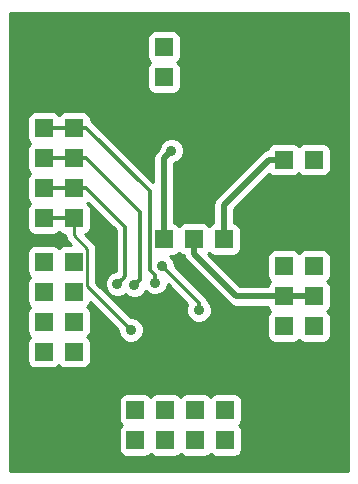
<source format=gbr>
G04 This is an RS-274x file exported by *
G04 gerbv version 2.6.1 *
G04 More information is available about gerbv at *
G04 http://gerbv.geda-project.org/ *
G04 --End of header info--*
%MOIN*%
%FSLAX34Y34*%
%IPPOS*%
G04 --Define apertures--*
%ADD10C,0.0118*%
%ADD11R,0.0600X0.0600*%
%ADD12C,0.2362*%
%ADD13C,0.0350*%
%ADD14C,0.0197*%
%ADD15C,0.0100*%
G04 --Start main section--*
G54D11*
G01X0004500Y0013500D03*
G01X0004500Y0014500D03*
G01X0005500Y0013500D03*
G01X0005500Y0014500D03*
G01X0006500Y0013500D03*
G01X0006500Y0014500D03*
G01X0001500Y0005350D03*
G01X0002500Y0005350D03*
G01X0001500Y0004350D03*
G01X0002500Y0004350D03*
G01X0002500Y0007350D03*
G01X0001500Y0007350D03*
G01X0001500Y0006350D03*
G01X0002500Y0006350D03*
G01X0009500Y0011750D03*
G01X0010500Y0011750D03*
G01X0009500Y0010750D03*
G01X0010500Y0010750D03*
G01X0009500Y0009750D03*
G01X0010500Y0009750D03*
G01X0004550Y0001400D03*
G01X0004550Y0002400D03*
G01X0005550Y0001400D03*
G01X0005550Y0002400D03*
G01X0006550Y0002400D03*
G01X0006550Y0001400D03*
G01X0007550Y0002400D03*
G01X0007550Y0001400D03*
G01X0002500Y0010800D03*
G01X0001500Y0010800D03*
G01X0001500Y0009800D03*
G01X0002500Y0009800D03*
G01X0002500Y0008800D03*
G01X0001500Y0008800D03*
G01X0001500Y0011800D03*
G01X0002500Y0011800D03*
G01X0005500Y0008100D03*
G01X0006500Y0008100D03*
G01X0007500Y0008100D03*
G01X0009500Y0008200D03*
G01X0010500Y0008200D03*
G01X0009500Y0007200D03*
G01X0010500Y0007200D03*
G01X0009500Y0006200D03*
G01X0010500Y0006200D03*
G01X0009500Y0005200D03*
G01X0010500Y0005200D03*
G01X0009500Y0004200D03*
G01X0010500Y0004200D03*
G54D12*
G01X0002000Y0014000D03*
G01X0002000Y0002000D03*
G01X0010000Y0014000D03*
G01X0010000Y0002000D03*
G54D13*
G01X0005750Y0011050D03*
G01X0009500Y0010750D03*
G01X0006665Y0005735D03*
G01X0005450Y0007200D03*
G01X0004519Y0006575D03*
G01X0003951Y0006605D03*
G01X0004400Y0005075D03*
G01X0005200Y0006650D03*
G54D14*
G01X0005500Y0008100D02*
G01X0005500Y0010800D01*
G01X0005500Y0010800D02*
G01X0005750Y0011050D01*
G01X0007500Y0008100D02*
G01X0007500Y0009247D01*
G01X0007500Y0009247D02*
G01X0009003Y0010750D01*
G01X0009003Y0010750D02*
G01X0009500Y0010750D01*
G54D10*
G01X0006665Y0005735D02*
G01X0006665Y0005985D01*
G01X0006665Y0005985D02*
G01X0005450Y0007200D01*
G01X0002500Y0010800D02*
G01X0001500Y0010800D01*
G01X0004700Y0006756D02*
G01X0004694Y0006750D01*
G01X0004694Y0006750D02*
G01X0004519Y0006575D01*
G01X0002500Y0010800D02*
G01X0002918Y0010800D01*
G01X0002918Y0010800D02*
G01X0004700Y0009018D01*
G01X0004700Y0009018D02*
G01X0004700Y0006756D01*
G01X0002500Y0009800D02*
G01X0001500Y0009800D01*
G01X0002500Y0009800D02*
G01X0002918Y0009800D01*
G01X0002918Y0009800D02*
G01X0004200Y0008518D01*
G01X0004200Y0008518D02*
G01X0004200Y0006855D01*
G01X0004126Y0006780D02*
G01X0003951Y0006605D01*
G01X0004200Y0006855D02*
G01X0004126Y0006780D01*
G01X0002500Y0008800D02*
G01X0001500Y0008800D01*
G54D15*
G01X0002500Y0008800D02*
G01X0002500Y0008220D01*
G01X0002500Y0008220D02*
G01X0002950Y0007770D01*
G01X0002950Y0007770D02*
G01X0002950Y0006525D01*
G01X0002950Y0006525D02*
G01X0004225Y0005250D01*
G01X0004225Y0005250D02*
G01X0004400Y0005075D01*
G54D14*
G01X0009003Y0006200D02*
G01X0009500Y0006200D01*
G01X0007903Y0006200D02*
G01X0009003Y0006200D01*
G01X0006500Y0007603D02*
G01X0007903Y0006200D01*
G01X0006500Y0008100D02*
G01X0006500Y0007603D01*
G01X0009500Y0006200D02*
G01X0010500Y0006200D01*
G54D10*
G01X0002500Y0011800D02*
G01X0001500Y0011800D01*
G01X0005025Y0009693D02*
G01X0005025Y0007072D01*
G01X0002500Y0011800D02*
G01X0002918Y0011800D01*
G01X0002918Y0011800D02*
G01X0005025Y0009693D01*
G01X0005025Y0007072D02*
G01X0005200Y0006897D01*
G01X0005200Y0006897D02*
G01X0005200Y0006650D01*
G54D15*
G36*
G01X0011630Y0000370D02*
G01X0011055Y0000370D01*
G01X0011055Y0004900D01*
G01X0011055Y0005500D01*
G01X0011036Y0005595D01*
G01X0010981Y0005679D01*
G01X0010951Y0005700D01*
G01X0010979Y0005719D01*
G01X0011035Y0005802D01*
G01X0011055Y0005900D01*
G01X0011055Y0006500D01*
G01X0011036Y0006595D01*
G01X0010981Y0006679D01*
G01X0010951Y0006700D01*
G01X0010979Y0006719D01*
G01X0011035Y0006802D01*
G01X0011055Y0006900D01*
G01X0011055Y0007500D01*
G01X0011036Y0007595D01*
G01X0010981Y0007679D01*
G01X0010898Y0007735D01*
G01X0010800Y0007755D01*
G01X0010200Y0007755D01*
G01X0010105Y0007736D01*
G01X0010021Y0007681D01*
G01X0010000Y0007651D01*
G01X0009981Y0007679D01*
G01X0009898Y0007735D01*
G01X0009800Y0007755D01*
G01X0009200Y0007755D01*
G01X0009105Y0007736D01*
G01X0009021Y0007681D01*
G01X0008965Y0007598D01*
G01X0008945Y0007500D01*
G01X0008945Y0006900D01*
G01X0008964Y0006805D01*
G01X0009019Y0006721D01*
G01X0009049Y0006700D01*
G01X0009021Y0006681D01*
G01X0008965Y0006598D01*
G01X0008955Y0006548D01*
G01X0008047Y0006548D01*
G01X0006978Y0007618D01*
G01X0006979Y0007619D01*
G01X0007000Y0007649D01*
G01X0007019Y0007621D01*
G01X0007102Y0007565D01*
G01X0007200Y0007545D01*
G01X0007800Y0007545D01*
G01X0007895Y0007564D01*
G01X0007979Y0007619D01*
G01X0008035Y0007702D01*
G01X0008055Y0007800D01*
G01X0008055Y0008400D01*
G01X0008036Y0008495D01*
G01X0007981Y0008579D01*
G01X0007898Y0008635D01*
G01X0007848Y0008645D01*
G01X0007848Y0009103D01*
G01X0009018Y0010272D01*
G01X0009019Y0010271D01*
G01X0009102Y0010215D01*
G01X0009200Y0010195D01*
G01X0009800Y0010195D01*
G01X0009895Y0010214D01*
G01X0009979Y0010269D01*
G01X0010000Y0010299D01*
G01X0010019Y0010271D01*
G01X0010102Y0010215D01*
G01X0010200Y0010195D01*
G01X0010800Y0010195D01*
G01X0010895Y0010214D01*
G01X0010979Y0010269D01*
G01X0011035Y0010352D01*
G01X0011055Y0010450D01*
G01X0011055Y0011050D01*
G01X0011036Y0011145D01*
G01X0010981Y0011229D01*
G01X0010898Y0011285D01*
G01X0010800Y0011305D01*
G01X0010200Y0011305D01*
G01X0010105Y0011286D01*
G01X0010021Y0011231D01*
G01X0010000Y0011201D01*
G01X0009981Y0011229D01*
G01X0009898Y0011285D01*
G01X0009800Y0011305D01*
G01X0009200Y0011305D01*
G01X0009105Y0011286D01*
G01X0009021Y0011231D01*
G01X0008965Y0011148D01*
G01X0008953Y0011088D01*
G01X0008870Y0011072D01*
G01X0008757Y0010996D01*
G01X0008757Y0010996D01*
G01X0007254Y0009493D01*
G01X0007178Y0009380D01*
G01X0007174Y0009358D01*
G01X0007152Y0009247D01*
G01X0007152Y0009247D01*
G01X0007152Y0008646D01*
G01X0007105Y0008636D01*
G01X0007021Y0008581D01*
G01X0007000Y0008551D01*
G01X0006981Y0008579D01*
G01X0006898Y0008635D01*
G01X0006800Y0008655D01*
G01X0006200Y0008655D01*
G01X0006105Y0008636D01*
G01X0006021Y0008581D01*
G01X0006000Y0008551D01*
G01X0005981Y0008579D01*
G01X0005898Y0008635D01*
G01X0005848Y0008645D01*
G01X0005848Y0010631D01*
G01X0005990Y0010689D01*
G01X0006110Y0010809D01*
G01X0006175Y0010965D01*
G01X0006175Y0011134D01*
G01X0006111Y0011290D01*
G01X0006055Y0011346D01*
G01X0006055Y0013200D01*
G01X0006055Y0013800D01*
G01X0006036Y0013895D01*
G01X0005981Y0013979D01*
G01X0005951Y0014000D01*
G01X0005979Y0014019D01*
G01X0006035Y0014102D01*
G01X0006055Y0014200D01*
G01X0006055Y0014800D01*
G01X0006036Y0014895D01*
G01X0005981Y0014979D01*
G01X0005898Y0015035D01*
G01X0005800Y0015055D01*
G01X0005200Y0015055D01*
G01X0005105Y0015036D01*
G01X0005021Y0014981D01*
G01X0004965Y0014898D01*
G01X0004945Y0014800D01*
G01X0004945Y0014200D01*
G01X0004964Y0014105D01*
G01X0005019Y0014021D01*
G01X0005049Y0014000D01*
G01X0005021Y0013981D01*
G01X0004965Y0013898D01*
G01X0004945Y0013800D01*
G01X0004945Y0013200D01*
G01X0004964Y0013105D01*
G01X0005019Y0013021D01*
G01X0005102Y0012965D01*
G01X0005200Y0012945D01*
G01X0005800Y0012945D01*
G01X0005895Y0012964D01*
G01X0005979Y0013019D01*
G01X0006035Y0013102D01*
G01X0006055Y0013200D01*
G01X0006055Y0011346D01*
G01X0005991Y0011410D01*
G01X0005835Y0011475D01*
G01X0005666Y0011475D01*
G01X0005510Y0011411D01*
G01X0005390Y0011291D01*
G01X0005325Y0011135D01*
G01X0005325Y0011118D01*
G01X0005254Y0011046D01*
G01X0005178Y0010933D01*
G01X0005174Y0010911D01*
G01X0005152Y0010800D01*
G01X0005152Y0010800D01*
G01X0005152Y0010004D01*
G01X0003137Y0012019D01*
G01X0003055Y0012073D01*
G01X0003055Y0012100D01*
G01X0003036Y0012195D01*
G01X0002981Y0012279D01*
G01X0002898Y0012335D01*
G01X0002800Y0012355D01*
G01X0002200Y0012355D01*
G01X0002105Y0012336D01*
G01X0002021Y0012281D01*
G01X0002000Y0012251D01*
G01X0001981Y0012279D01*
G01X0001898Y0012335D01*
G01X0001800Y0012355D01*
G01X0001200Y0012355D01*
G01X0001105Y0012336D01*
G01X0001021Y0012281D01*
G01X0000965Y0012198D01*
G01X0000945Y0012100D01*
G01X0000945Y0011500D01*
G01X0000964Y0011405D01*
G01X0001019Y0011321D01*
G01X0001049Y0011300D01*
G01X0001021Y0011281D01*
G01X0000965Y0011198D01*
G01X0000945Y0011100D01*
G01X0000945Y0010500D01*
G01X0000964Y0010405D01*
G01X0001019Y0010321D01*
G01X0001049Y0010300D01*
G01X0001021Y0010281D01*
G01X0000965Y0010198D01*
G01X0000945Y0010100D01*
G01X0000945Y0009500D01*
G01X0000964Y0009405D01*
G01X0001019Y0009321D01*
G01X0001049Y0009300D01*
G01X0001021Y0009281D01*
G01X0000965Y0009198D01*
G01X0000945Y0009100D01*
G01X0000945Y0008500D01*
G01X0000964Y0008405D01*
G01X0001019Y0008321D01*
G01X0001102Y0008265D01*
G01X0001200Y0008245D01*
G01X0001800Y0008245D01*
G01X0001895Y0008264D01*
G01X0001979Y0008319D01*
G01X0002000Y0008349D01*
G01X0002019Y0008321D01*
G01X0002102Y0008265D01*
G01X0002200Y0008245D01*
G01X0002200Y0008220D01*
G01X0002223Y0008105D01*
G01X0002288Y0008008D01*
G01X0002391Y0007905D01*
G01X0002200Y0007905D01*
G01X0002105Y0007886D01*
G01X0002021Y0007831D01*
G01X0002000Y0007801D01*
G01X0001981Y0007829D01*
G01X0001898Y0007885D01*
G01X0001800Y0007905D01*
G01X0001200Y0007905D01*
G01X0001105Y0007886D01*
G01X0001021Y0007831D01*
G01X0000965Y0007748D01*
G01X0000945Y0007650D01*
G01X0000945Y0007050D01*
G01X0000964Y0006955D01*
G01X0001019Y0006871D01*
G01X0001049Y0006850D01*
G01X0001021Y0006831D01*
G01X0000965Y0006748D01*
G01X0000945Y0006650D01*
G01X0000945Y0006050D01*
G01X0000964Y0005955D01*
G01X0001019Y0005871D01*
G01X0001049Y0005850D01*
G01X0001021Y0005831D01*
G01X0000965Y0005748D01*
G01X0000945Y0005650D01*
G01X0000945Y0005050D01*
G01X0000964Y0004955D01*
G01X0001019Y0004871D01*
G01X0001049Y0004850D01*
G01X0001021Y0004831D01*
G01X0000965Y0004748D01*
G01X0000945Y0004650D01*
G01X0000945Y0004050D01*
G01X0000964Y0003955D01*
G01X0001019Y0003871D01*
G01X0001102Y0003815D01*
G01X0001200Y0003795D01*
G01X0001800Y0003795D01*
G01X0001895Y0003814D01*
G01X0001979Y0003869D01*
G01X0002000Y0003899D01*
G01X0002019Y0003871D01*
G01X0002102Y0003815D01*
G01X0002200Y0003795D01*
G01X0002800Y0003795D01*
G01X0002895Y0003814D01*
G01X0002979Y0003869D01*
G01X0003035Y0003952D01*
G01X0003055Y0004050D01*
G01X0003055Y0004650D01*
G01X0003036Y0004745D01*
G01X0002981Y0004829D01*
G01X0002951Y0004850D01*
G01X0002979Y0004869D01*
G01X0003035Y0004952D01*
G01X0003055Y0005050D01*
G01X0003055Y0005650D01*
G01X0003036Y0005745D01*
G01X0002981Y0005829D01*
G01X0002951Y0005850D01*
G01X0002979Y0005869D01*
G01X0003035Y0005952D01*
G01X0003046Y0006005D01*
G01X0003975Y0005076D01*
G01X0003975Y0004991D01*
G01X0004039Y0004835D01*
G01X0004159Y0004715D01*
G01X0004315Y0004650D01*
G01X0004484Y0004650D01*
G01X0004640Y0004714D01*
G01X0004760Y0004834D01*
G01X0004825Y0004990D01*
G01X0004825Y0005159D01*
G01X0004761Y0005315D01*
G01X0004641Y0005435D01*
G01X0004485Y0005500D01*
G01X0004399Y0005500D01*
G01X0003250Y0006649D01*
G01X0003250Y0007770D01*
G01X0003227Y0007885D01*
G01X0003227Y0007885D01*
G01X0003162Y0007982D01*
G01X0002883Y0008261D01*
G01X0002895Y0008264D01*
G01X0002979Y0008319D01*
G01X0003035Y0008402D01*
G01X0003055Y0008500D01*
G01X0003055Y0009100D01*
G01X0003036Y0009195D01*
G01X0002981Y0009279D01*
G01X0002951Y0009300D01*
G01X0002969Y0009312D01*
G01X0003891Y0008390D01*
G01X0003891Y0007030D01*
G01X0003867Y0007030D01*
G01X0003710Y0006966D01*
G01X0003591Y0006846D01*
G01X0003526Y0006690D01*
G01X0003526Y0006521D01*
G01X0003590Y0006365D01*
G01X0003710Y0006245D01*
G01X0003866Y0006180D01*
G01X0004035Y0006180D01*
G01X0004191Y0006245D01*
G01X0004219Y0006273D01*
G01X0004278Y0006215D01*
G01X0004434Y0006150D01*
G01X0004603Y0006150D01*
G01X0004759Y0006214D01*
G01X0004879Y0006334D01*
G01X0004889Y0006360D01*
G01X0004959Y0006290D01*
G01X0005115Y0006225D01*
G01X0005284Y0006225D01*
G01X0005440Y0006289D01*
G01X0005560Y0006409D01*
G01X0005625Y0006565D01*
G01X0005625Y0006588D01*
G01X0006285Y0005928D01*
G01X0006241Y0005819D01*
G01X0006240Y0005650D01*
G01X0006305Y0005494D01*
G01X0006424Y0005374D01*
G01X0006581Y0005310D01*
G01X0006750Y0005309D01*
G01X0006906Y0005374D01*
G01X0007026Y0005493D01*
G01X0007090Y0005650D01*
G01X0007091Y0005819D01*
G01X0007026Y0005975D01*
G01X0006964Y0006037D01*
G01X0006951Y0006103D01*
G01X0006951Y0006103D01*
G01X0006884Y0006203D01*
G01X0005875Y0007212D01*
G01X0005875Y0007284D01*
G01X0005811Y0007440D01*
G01X0005706Y0007545D01*
G01X0005800Y0007545D01*
G01X0005895Y0007564D01*
G01X0005979Y0007619D01*
G01X0006000Y0007649D01*
G01X0006019Y0007621D01*
G01X0006102Y0007565D01*
G01X0006162Y0007553D01*
G01X0006174Y0007492D01*
G01X0006178Y0007470D01*
G01X0006254Y0007357D01*
G01X0007657Y0005954D01*
G01X0007657Y0005954D01*
G01X0007770Y0005878D01*
G01X0007903Y0005852D01*
G01X0007903Y0005852D01*
G01X0007903Y0005852D01*
G01X0008954Y0005852D01*
G01X0008964Y0005805D01*
G01X0009019Y0005721D01*
G01X0009049Y0005700D01*
G01X0009021Y0005681D01*
G01X0008965Y0005598D01*
G01X0008945Y0005500D01*
G01X0008945Y0004900D01*
G01X0008964Y0004805D01*
G01X0009019Y0004721D01*
G01X0009102Y0004665D01*
G01X0009200Y0004645D01*
G01X0009800Y0004645D01*
G01X0009895Y0004664D01*
G01X0009979Y0004719D01*
G01X0010000Y0004749D01*
G01X0010019Y0004721D01*
G01X0010102Y0004665D01*
G01X0010200Y0004645D01*
G01X0010800Y0004645D01*
G01X0010895Y0004664D01*
G01X0010979Y0004719D01*
G01X0011035Y0004802D01*
G01X0011055Y0004900D01*
G01X0011055Y0000370D01*
G01X0008105Y0000370D01*
G01X0008105Y0001100D01*
G01X0008105Y0001700D01*
G01X0008086Y0001795D01*
G01X0008031Y0001879D01*
G01X0008001Y0001900D01*
G01X0008029Y0001919D01*
G01X0008085Y0002002D01*
G01X0008105Y0002100D01*
G01X0008105Y0002700D01*
G01X0008086Y0002795D01*
G01X0008031Y0002879D01*
G01X0007948Y0002935D01*
G01X0007850Y0002955D01*
G01X0007250Y0002955D01*
G01X0007155Y0002936D01*
G01X0007071Y0002881D01*
G01X0007050Y0002851D01*
G01X0007031Y0002879D01*
G01X0006948Y0002935D01*
G01X0006850Y0002955D01*
G01X0006250Y0002955D01*
G01X0006155Y0002936D01*
G01X0006071Y0002881D01*
G01X0006050Y0002851D01*
G01X0006031Y0002879D01*
G01X0005948Y0002935D01*
G01X0005850Y0002955D01*
G01X0005250Y0002955D01*
G01X0005155Y0002936D01*
G01X0005071Y0002881D01*
G01X0005050Y0002851D01*
G01X0005031Y0002879D01*
G01X0004948Y0002935D01*
G01X0004850Y0002955D01*
G01X0004250Y0002955D01*
G01X0004155Y0002936D01*
G01X0004071Y0002881D01*
G01X0004015Y0002798D01*
G01X0003995Y0002700D01*
G01X0003995Y0002100D01*
G01X0004014Y0002005D01*
G01X0004069Y0001921D01*
G01X0004099Y0001900D01*
G01X0004071Y0001881D01*
G01X0004015Y0001798D01*
G01X0003995Y0001700D01*
G01X0003995Y0001100D01*
G01X0004014Y0001005D01*
G01X0004069Y0000921D01*
G01X0004152Y0000865D01*
G01X0004250Y0000845D01*
G01X0004850Y0000845D01*
G01X0004945Y0000864D01*
G01X0005029Y0000919D01*
G01X0005050Y0000949D01*
G01X0005069Y0000921D01*
G01X0005152Y0000865D01*
G01X0005250Y0000845D01*
G01X0005850Y0000845D01*
G01X0005945Y0000864D01*
G01X0006029Y0000919D01*
G01X0006050Y0000949D01*
G01X0006069Y0000921D01*
G01X0006152Y0000865D01*
G01X0006250Y0000845D01*
G01X0006850Y0000845D01*
G01X0006945Y0000864D01*
G01X0007029Y0000919D01*
G01X0007050Y0000949D01*
G01X0007069Y0000921D01*
G01X0007152Y0000865D01*
G01X0007250Y0000845D01*
G01X0007850Y0000845D01*
G01X0007945Y0000864D01*
G01X0008029Y0000919D01*
G01X0008085Y0001002D01*
G01X0008105Y0001100D01*
G01X0008105Y0000370D01*
G01X0000370Y0000370D01*
G01X0000370Y0015630D01*
G01X0011630Y0015630D01*
G01X0011630Y0000370D01*
G01X0011630Y0000370D01*
G37*
G01X0011630Y0000370D02*
G01X0011055Y0000370D01*
G01X0011055Y0000370D02*
G01X0011055Y0004900D01*
G01X0011055Y0004900D02*
G01X0011055Y0005500D01*
G01X0011055Y0005500D02*
G01X0011036Y0005595D01*
G01X0011036Y0005595D02*
G01X0010981Y0005679D01*
G01X0010981Y0005679D02*
G01X0010951Y0005700D01*
G01X0010951Y0005700D02*
G01X0010979Y0005719D01*
G01X0010979Y0005719D02*
G01X0011035Y0005802D01*
G01X0011035Y0005802D02*
G01X0011055Y0005900D01*
G01X0011055Y0005900D02*
G01X0011055Y0006500D01*
G01X0011055Y0006500D02*
G01X0011036Y0006595D01*
G01X0011036Y0006595D02*
G01X0010981Y0006679D01*
G01X0010981Y0006679D02*
G01X0010951Y0006700D01*
G01X0010951Y0006700D02*
G01X0010979Y0006719D01*
G01X0010979Y0006719D02*
G01X0011035Y0006802D01*
G01X0011035Y0006802D02*
G01X0011055Y0006900D01*
G01X0011055Y0006900D02*
G01X0011055Y0007500D01*
G01X0011055Y0007500D02*
G01X0011036Y0007595D01*
G01X0011036Y0007595D02*
G01X0010981Y0007679D01*
G01X0010981Y0007679D02*
G01X0010898Y0007735D01*
G01X0010898Y0007735D02*
G01X0010800Y0007755D01*
G01X0010800Y0007755D02*
G01X0010200Y0007755D01*
G01X0010200Y0007755D02*
G01X0010105Y0007736D01*
G01X0010105Y0007736D02*
G01X0010021Y0007681D01*
G01X0010021Y0007681D02*
G01X0010000Y0007651D01*
G01X0010000Y0007651D02*
G01X0009981Y0007679D01*
G01X0009981Y0007679D02*
G01X0009898Y0007735D01*
G01X0009898Y0007735D02*
G01X0009800Y0007755D01*
G01X0009800Y0007755D02*
G01X0009200Y0007755D01*
G01X0009200Y0007755D02*
G01X0009105Y0007736D01*
G01X0009105Y0007736D02*
G01X0009021Y0007681D01*
G01X0009021Y0007681D02*
G01X0008965Y0007598D01*
G01X0008965Y0007598D02*
G01X0008945Y0007500D01*
G01X0008945Y0007500D02*
G01X0008945Y0006900D01*
G01X0008945Y0006900D02*
G01X0008964Y0006805D01*
G01X0008964Y0006805D02*
G01X0009019Y0006721D01*
G01X0009019Y0006721D02*
G01X0009049Y0006700D01*
G01X0009049Y0006700D02*
G01X0009021Y0006681D01*
G01X0009021Y0006681D02*
G01X0008965Y0006598D01*
G01X0008965Y0006598D02*
G01X0008955Y0006548D01*
G01X0008955Y0006548D02*
G01X0008047Y0006548D01*
G01X0008047Y0006548D02*
G01X0006978Y0007618D01*
G01X0006978Y0007618D02*
G01X0006979Y0007619D01*
G01X0006979Y0007619D02*
G01X0007000Y0007649D01*
G01X0007000Y0007649D02*
G01X0007019Y0007621D01*
G01X0007019Y0007621D02*
G01X0007102Y0007565D01*
G01X0007102Y0007565D02*
G01X0007200Y0007545D01*
G01X0007200Y0007545D02*
G01X0007800Y0007545D01*
G01X0007800Y0007545D02*
G01X0007895Y0007564D01*
G01X0007895Y0007564D02*
G01X0007979Y0007619D01*
G01X0007979Y0007619D02*
G01X0008035Y0007702D01*
G01X0008035Y0007702D02*
G01X0008055Y0007800D01*
G01X0008055Y0007800D02*
G01X0008055Y0008400D01*
G01X0008055Y0008400D02*
G01X0008036Y0008495D01*
G01X0008036Y0008495D02*
G01X0007981Y0008579D01*
G01X0007981Y0008579D02*
G01X0007898Y0008635D01*
G01X0007898Y0008635D02*
G01X0007848Y0008645D01*
G01X0007848Y0008645D02*
G01X0007848Y0009103D01*
G01X0007848Y0009103D02*
G01X0009018Y0010272D01*
G01X0009018Y0010272D02*
G01X0009019Y0010271D01*
G01X0009019Y0010271D02*
G01X0009102Y0010215D01*
G01X0009102Y0010215D02*
G01X0009200Y0010195D01*
G01X0009200Y0010195D02*
G01X0009800Y0010195D01*
G01X0009800Y0010195D02*
G01X0009895Y0010214D01*
G01X0009895Y0010214D02*
G01X0009979Y0010269D01*
G01X0009979Y0010269D02*
G01X0010000Y0010299D01*
G01X0010000Y0010299D02*
G01X0010019Y0010271D01*
G01X0010019Y0010271D02*
G01X0010102Y0010215D01*
G01X0010102Y0010215D02*
G01X0010200Y0010195D01*
G01X0010200Y0010195D02*
G01X0010800Y0010195D01*
G01X0010800Y0010195D02*
G01X0010895Y0010214D01*
G01X0010895Y0010214D02*
G01X0010979Y0010269D01*
G01X0010979Y0010269D02*
G01X0011035Y0010352D01*
G01X0011035Y0010352D02*
G01X0011055Y0010450D01*
G01X0011055Y0010450D02*
G01X0011055Y0011050D01*
G01X0011055Y0011050D02*
G01X0011036Y0011145D01*
G01X0011036Y0011145D02*
G01X0010981Y0011229D01*
G01X0010981Y0011229D02*
G01X0010898Y0011285D01*
G01X0010898Y0011285D02*
G01X0010800Y0011305D01*
G01X0010800Y0011305D02*
G01X0010200Y0011305D01*
G01X0010200Y0011305D02*
G01X0010105Y0011286D01*
G01X0010105Y0011286D02*
G01X0010021Y0011231D01*
G01X0010021Y0011231D02*
G01X0010000Y0011201D01*
G01X0010000Y0011201D02*
G01X0009981Y0011229D01*
G01X0009981Y0011229D02*
G01X0009898Y0011285D01*
G01X0009898Y0011285D02*
G01X0009800Y0011305D01*
G01X0009800Y0011305D02*
G01X0009200Y0011305D01*
G01X0009200Y0011305D02*
G01X0009105Y0011286D01*
G01X0009105Y0011286D02*
G01X0009021Y0011231D01*
G01X0009021Y0011231D02*
G01X0008965Y0011148D01*
G01X0008965Y0011148D02*
G01X0008953Y0011088D01*
G01X0008953Y0011088D02*
G01X0008870Y0011072D01*
G01X0008870Y0011072D02*
G01X0008757Y0010996D01*
G01X0008757Y0010996D02*
G01X0008757Y0010996D01*
G01X0008757Y0010996D02*
G01X0007254Y0009493D01*
G01X0007254Y0009493D02*
G01X0007178Y0009380D01*
G01X0007178Y0009380D02*
G01X0007174Y0009358D01*
G01X0007174Y0009358D02*
G01X0007152Y0009247D01*
G01X0007152Y0009247D02*
G01X0007152Y0009247D01*
G01X0007152Y0009247D02*
G01X0007152Y0008646D01*
G01X0007152Y0008646D02*
G01X0007105Y0008636D01*
G01X0007105Y0008636D02*
G01X0007021Y0008581D01*
G01X0007021Y0008581D02*
G01X0007000Y0008551D01*
G01X0007000Y0008551D02*
G01X0006981Y0008579D01*
G01X0006981Y0008579D02*
G01X0006898Y0008635D01*
G01X0006898Y0008635D02*
G01X0006800Y0008655D01*
G01X0006800Y0008655D02*
G01X0006200Y0008655D01*
G01X0006200Y0008655D02*
G01X0006105Y0008636D01*
G01X0006105Y0008636D02*
G01X0006021Y0008581D01*
G01X0006021Y0008581D02*
G01X0006000Y0008551D01*
G01X0006000Y0008551D02*
G01X0005981Y0008579D01*
G01X0005981Y0008579D02*
G01X0005898Y0008635D01*
G01X0005898Y0008635D02*
G01X0005848Y0008645D01*
G01X0005848Y0008645D02*
G01X0005848Y0010631D01*
G01X0005848Y0010631D02*
G01X0005990Y0010689D01*
G01X0005990Y0010689D02*
G01X0006110Y0010809D01*
G01X0006110Y0010809D02*
G01X0006175Y0010965D01*
G01X0006175Y0010965D02*
G01X0006175Y0011134D01*
G01X0006175Y0011134D02*
G01X0006111Y0011290D01*
G01X0006111Y0011290D02*
G01X0006055Y0011346D01*
G01X0006055Y0011346D02*
G01X0006055Y0013200D01*
G01X0006055Y0013200D02*
G01X0006055Y0013800D01*
G01X0006055Y0013800D02*
G01X0006036Y0013895D01*
G01X0006036Y0013895D02*
G01X0005981Y0013979D01*
G01X0005981Y0013979D02*
G01X0005951Y0014000D01*
G01X0005951Y0014000D02*
G01X0005979Y0014019D01*
G01X0005979Y0014019D02*
G01X0006035Y0014102D01*
G01X0006035Y0014102D02*
G01X0006055Y0014200D01*
G01X0006055Y0014200D02*
G01X0006055Y0014800D01*
G01X0006055Y0014800D02*
G01X0006036Y0014895D01*
G01X0006036Y0014895D02*
G01X0005981Y0014979D01*
G01X0005981Y0014979D02*
G01X0005898Y0015035D01*
G01X0005898Y0015035D02*
G01X0005800Y0015055D01*
G01X0005800Y0015055D02*
G01X0005200Y0015055D01*
G01X0005200Y0015055D02*
G01X0005105Y0015036D01*
G01X0005105Y0015036D02*
G01X0005021Y0014981D01*
G01X0005021Y0014981D02*
G01X0004965Y0014898D01*
G01X0004965Y0014898D02*
G01X0004945Y0014800D01*
G01X0004945Y0014800D02*
G01X0004945Y0014200D01*
G01X0004945Y0014200D02*
G01X0004964Y0014105D01*
G01X0004964Y0014105D02*
G01X0005019Y0014021D01*
G01X0005019Y0014021D02*
G01X0005049Y0014000D01*
G01X0005049Y0014000D02*
G01X0005021Y0013981D01*
G01X0005021Y0013981D02*
G01X0004965Y0013898D01*
G01X0004965Y0013898D02*
G01X0004945Y0013800D01*
G01X0004945Y0013800D02*
G01X0004945Y0013200D01*
G01X0004945Y0013200D02*
G01X0004964Y0013105D01*
G01X0004964Y0013105D02*
G01X0005019Y0013021D01*
G01X0005019Y0013021D02*
G01X0005102Y0012965D01*
G01X0005102Y0012965D02*
G01X0005200Y0012945D01*
G01X0005200Y0012945D02*
G01X0005800Y0012945D01*
G01X0005800Y0012945D02*
G01X0005895Y0012964D01*
G01X0005895Y0012964D02*
G01X0005979Y0013019D01*
G01X0005979Y0013019D02*
G01X0006035Y0013102D01*
G01X0006035Y0013102D02*
G01X0006055Y0013200D01*
G01X0006055Y0013200D02*
G01X0006055Y0011346D01*
G01X0006055Y0011346D02*
G01X0005991Y0011410D01*
G01X0005991Y0011410D02*
G01X0005835Y0011475D01*
G01X0005835Y0011475D02*
G01X0005666Y0011475D01*
G01X0005666Y0011475D02*
G01X0005510Y0011411D01*
G01X0005510Y0011411D02*
G01X0005390Y0011291D01*
G01X0005390Y0011291D02*
G01X0005325Y0011135D01*
G01X0005325Y0011135D02*
G01X0005325Y0011118D01*
G01X0005325Y0011118D02*
G01X0005254Y0011046D01*
G01X0005254Y0011046D02*
G01X0005178Y0010933D01*
G01X0005178Y0010933D02*
G01X0005174Y0010911D01*
G01X0005174Y0010911D02*
G01X0005152Y0010800D01*
G01X0005152Y0010800D02*
G01X0005152Y0010800D01*
G01X0005152Y0010800D02*
G01X0005152Y0010004D01*
G01X0005152Y0010004D02*
G01X0003137Y0012019D01*
G01X0003137Y0012019D02*
G01X0003055Y0012073D01*
G01X0003055Y0012073D02*
G01X0003055Y0012100D01*
G01X0003055Y0012100D02*
G01X0003036Y0012195D01*
G01X0003036Y0012195D02*
G01X0002981Y0012279D01*
G01X0002981Y0012279D02*
G01X0002898Y0012335D01*
G01X0002898Y0012335D02*
G01X0002800Y0012355D01*
G01X0002800Y0012355D02*
G01X0002200Y0012355D01*
G01X0002200Y0012355D02*
G01X0002105Y0012336D01*
G01X0002105Y0012336D02*
G01X0002021Y0012281D01*
G01X0002021Y0012281D02*
G01X0002000Y0012251D01*
G01X0002000Y0012251D02*
G01X0001981Y0012279D01*
G01X0001981Y0012279D02*
G01X0001898Y0012335D01*
G01X0001898Y0012335D02*
G01X0001800Y0012355D01*
G01X0001800Y0012355D02*
G01X0001200Y0012355D01*
G01X0001200Y0012355D02*
G01X0001105Y0012336D01*
G01X0001105Y0012336D02*
G01X0001021Y0012281D01*
G01X0001021Y0012281D02*
G01X0000965Y0012198D01*
G01X0000965Y0012198D02*
G01X0000945Y0012100D01*
G01X0000945Y0012100D02*
G01X0000945Y0011500D01*
G01X0000945Y0011500D02*
G01X0000964Y0011405D01*
G01X0000964Y0011405D02*
G01X0001019Y0011321D01*
G01X0001019Y0011321D02*
G01X0001049Y0011300D01*
G01X0001049Y0011300D02*
G01X0001021Y0011281D01*
G01X0001021Y0011281D02*
G01X0000965Y0011198D01*
G01X0000965Y0011198D02*
G01X0000945Y0011100D01*
G01X0000945Y0011100D02*
G01X0000945Y0010500D01*
G01X0000945Y0010500D02*
G01X0000964Y0010405D01*
G01X0000964Y0010405D02*
G01X0001019Y0010321D01*
G01X0001019Y0010321D02*
G01X0001049Y0010300D01*
G01X0001049Y0010300D02*
G01X0001021Y0010281D01*
G01X0001021Y0010281D02*
G01X0000965Y0010198D01*
G01X0000965Y0010198D02*
G01X0000945Y0010100D01*
G01X0000945Y0010100D02*
G01X0000945Y0009500D01*
G01X0000945Y0009500D02*
G01X0000964Y0009405D01*
G01X0000964Y0009405D02*
G01X0001019Y0009321D01*
G01X0001019Y0009321D02*
G01X0001049Y0009300D01*
G01X0001049Y0009300D02*
G01X0001021Y0009281D01*
G01X0001021Y0009281D02*
G01X0000965Y0009198D01*
G01X0000965Y0009198D02*
G01X0000945Y0009100D01*
G01X0000945Y0009100D02*
G01X0000945Y0008500D01*
G01X0000945Y0008500D02*
G01X0000964Y0008405D01*
G01X0000964Y0008405D02*
G01X0001019Y0008321D01*
G01X0001019Y0008321D02*
G01X0001102Y0008265D01*
G01X0001102Y0008265D02*
G01X0001200Y0008245D01*
G01X0001200Y0008245D02*
G01X0001800Y0008245D01*
G01X0001800Y0008245D02*
G01X0001895Y0008264D01*
G01X0001895Y0008264D02*
G01X0001979Y0008319D01*
G01X0001979Y0008319D02*
G01X0002000Y0008349D01*
G01X0002000Y0008349D02*
G01X0002019Y0008321D01*
G01X0002019Y0008321D02*
G01X0002102Y0008265D01*
G01X0002102Y0008265D02*
G01X0002200Y0008245D01*
G01X0002200Y0008245D02*
G01X0002200Y0008220D01*
G01X0002200Y0008220D02*
G01X0002223Y0008105D01*
G01X0002223Y0008105D02*
G01X0002288Y0008008D01*
G01X0002288Y0008008D02*
G01X0002391Y0007905D01*
G01X0002391Y0007905D02*
G01X0002200Y0007905D01*
G01X0002200Y0007905D02*
G01X0002105Y0007886D01*
G01X0002105Y0007886D02*
G01X0002021Y0007831D01*
G01X0002021Y0007831D02*
G01X0002000Y0007801D01*
G01X0002000Y0007801D02*
G01X0001981Y0007829D01*
G01X0001981Y0007829D02*
G01X0001898Y0007885D01*
G01X0001898Y0007885D02*
G01X0001800Y0007905D01*
G01X0001800Y0007905D02*
G01X0001200Y0007905D01*
G01X0001200Y0007905D02*
G01X0001105Y0007886D01*
G01X0001105Y0007886D02*
G01X0001021Y0007831D01*
G01X0001021Y0007831D02*
G01X0000965Y0007748D01*
G01X0000965Y0007748D02*
G01X0000945Y0007650D01*
G01X0000945Y0007650D02*
G01X0000945Y0007050D01*
G01X0000945Y0007050D02*
G01X0000964Y0006955D01*
G01X0000964Y0006955D02*
G01X0001019Y0006871D01*
G01X0001019Y0006871D02*
G01X0001049Y0006850D01*
G01X0001049Y0006850D02*
G01X0001021Y0006831D01*
G01X0001021Y0006831D02*
G01X0000965Y0006748D01*
G01X0000965Y0006748D02*
G01X0000945Y0006650D01*
G01X0000945Y0006650D02*
G01X0000945Y0006050D01*
G01X0000945Y0006050D02*
G01X0000964Y0005955D01*
G01X0000964Y0005955D02*
G01X0001019Y0005871D01*
G01X0001019Y0005871D02*
G01X0001049Y0005850D01*
G01X0001049Y0005850D02*
G01X0001021Y0005831D01*
G01X0001021Y0005831D02*
G01X0000965Y0005748D01*
G01X0000965Y0005748D02*
G01X0000945Y0005650D01*
G01X0000945Y0005650D02*
G01X0000945Y0005050D01*
G01X0000945Y0005050D02*
G01X0000964Y0004955D01*
G01X0000964Y0004955D02*
G01X0001019Y0004871D01*
G01X0001019Y0004871D02*
G01X0001049Y0004850D01*
G01X0001049Y0004850D02*
G01X0001021Y0004831D01*
G01X0001021Y0004831D02*
G01X0000965Y0004748D01*
G01X0000965Y0004748D02*
G01X0000945Y0004650D01*
G01X0000945Y0004650D02*
G01X0000945Y0004050D01*
G01X0000945Y0004050D02*
G01X0000964Y0003955D01*
G01X0000964Y0003955D02*
G01X0001019Y0003871D01*
G01X0001019Y0003871D02*
G01X0001102Y0003815D01*
G01X0001102Y0003815D02*
G01X0001200Y0003795D01*
G01X0001200Y0003795D02*
G01X0001800Y0003795D01*
G01X0001800Y0003795D02*
G01X0001895Y0003814D01*
G01X0001895Y0003814D02*
G01X0001979Y0003869D01*
G01X0001979Y0003869D02*
G01X0002000Y0003899D01*
G01X0002000Y0003899D02*
G01X0002019Y0003871D01*
G01X0002019Y0003871D02*
G01X0002102Y0003815D01*
G01X0002102Y0003815D02*
G01X0002200Y0003795D01*
G01X0002200Y0003795D02*
G01X0002800Y0003795D01*
G01X0002800Y0003795D02*
G01X0002895Y0003814D01*
G01X0002895Y0003814D02*
G01X0002979Y0003869D01*
G01X0002979Y0003869D02*
G01X0003035Y0003952D01*
G01X0003035Y0003952D02*
G01X0003055Y0004050D01*
G01X0003055Y0004050D02*
G01X0003055Y0004650D01*
G01X0003055Y0004650D02*
G01X0003036Y0004745D01*
G01X0003036Y0004745D02*
G01X0002981Y0004829D01*
G01X0002981Y0004829D02*
G01X0002951Y0004850D01*
G01X0002951Y0004850D02*
G01X0002979Y0004869D01*
G01X0002979Y0004869D02*
G01X0003035Y0004952D01*
G01X0003035Y0004952D02*
G01X0003055Y0005050D01*
G01X0003055Y0005050D02*
G01X0003055Y0005650D01*
G01X0003055Y0005650D02*
G01X0003036Y0005745D01*
G01X0003036Y0005745D02*
G01X0002981Y0005829D01*
G01X0002981Y0005829D02*
G01X0002951Y0005850D01*
G01X0002951Y0005850D02*
G01X0002979Y0005869D01*
G01X0002979Y0005869D02*
G01X0003035Y0005952D01*
G01X0003035Y0005952D02*
G01X0003046Y0006005D01*
G01X0003046Y0006005D02*
G01X0003975Y0005076D01*
G01X0003975Y0005076D02*
G01X0003975Y0004991D01*
G01X0003975Y0004991D02*
G01X0004039Y0004835D01*
G01X0004039Y0004835D02*
G01X0004159Y0004715D01*
G01X0004159Y0004715D02*
G01X0004315Y0004650D01*
G01X0004315Y0004650D02*
G01X0004484Y0004650D01*
G01X0004484Y0004650D02*
G01X0004640Y0004714D01*
G01X0004640Y0004714D02*
G01X0004760Y0004834D01*
G01X0004760Y0004834D02*
G01X0004825Y0004990D01*
G01X0004825Y0004990D02*
G01X0004825Y0005159D01*
G01X0004825Y0005159D02*
G01X0004761Y0005315D01*
G01X0004761Y0005315D02*
G01X0004641Y0005435D01*
G01X0004641Y0005435D02*
G01X0004485Y0005500D01*
G01X0004485Y0005500D02*
G01X0004399Y0005500D01*
G01X0004399Y0005500D02*
G01X0003250Y0006649D01*
G01X0003250Y0006649D02*
G01X0003250Y0007770D01*
G01X0003250Y0007770D02*
G01X0003227Y0007885D01*
G01X0003227Y0007885D02*
G01X0003227Y0007885D01*
G01X0003227Y0007885D02*
G01X0003162Y0007982D01*
G01X0003162Y0007982D02*
G01X0002883Y0008261D01*
G01X0002883Y0008261D02*
G01X0002895Y0008264D01*
G01X0002895Y0008264D02*
G01X0002979Y0008319D01*
G01X0002979Y0008319D02*
G01X0003035Y0008402D01*
G01X0003035Y0008402D02*
G01X0003055Y0008500D01*
G01X0003055Y0008500D02*
G01X0003055Y0009100D01*
G01X0003055Y0009100D02*
G01X0003036Y0009195D01*
G01X0003036Y0009195D02*
G01X0002981Y0009279D01*
G01X0002981Y0009279D02*
G01X0002951Y0009300D01*
G01X0002951Y0009300D02*
G01X0002969Y0009312D01*
G01X0002969Y0009312D02*
G01X0003891Y0008390D01*
G01X0003891Y0008390D02*
G01X0003891Y0007030D01*
G01X0003891Y0007030D02*
G01X0003867Y0007030D01*
G01X0003867Y0007030D02*
G01X0003710Y0006966D01*
G01X0003710Y0006966D02*
G01X0003591Y0006846D01*
G01X0003591Y0006846D02*
G01X0003526Y0006690D01*
G01X0003526Y0006690D02*
G01X0003526Y0006521D01*
G01X0003526Y0006521D02*
G01X0003590Y0006365D01*
G01X0003590Y0006365D02*
G01X0003710Y0006245D01*
G01X0003710Y0006245D02*
G01X0003866Y0006180D01*
G01X0003866Y0006180D02*
G01X0004035Y0006180D01*
G01X0004035Y0006180D02*
G01X0004191Y0006245D01*
G01X0004191Y0006245D02*
G01X0004219Y0006273D01*
G01X0004219Y0006273D02*
G01X0004278Y0006215D01*
G01X0004278Y0006215D02*
G01X0004434Y0006150D01*
G01X0004434Y0006150D02*
G01X0004603Y0006150D01*
G01X0004603Y0006150D02*
G01X0004759Y0006214D01*
G01X0004759Y0006214D02*
G01X0004879Y0006334D01*
G01X0004879Y0006334D02*
G01X0004889Y0006360D01*
G01X0004889Y0006360D02*
G01X0004959Y0006290D01*
G01X0004959Y0006290D02*
G01X0005115Y0006225D01*
G01X0005115Y0006225D02*
G01X0005284Y0006225D01*
G01X0005284Y0006225D02*
G01X0005440Y0006289D01*
G01X0005440Y0006289D02*
G01X0005560Y0006409D01*
G01X0005560Y0006409D02*
G01X0005625Y0006565D01*
G01X0005625Y0006565D02*
G01X0005625Y0006588D01*
G01X0005625Y0006588D02*
G01X0006285Y0005928D01*
G01X0006285Y0005928D02*
G01X0006241Y0005819D01*
G01X0006241Y0005819D02*
G01X0006240Y0005650D01*
G01X0006240Y0005650D02*
G01X0006305Y0005494D01*
G01X0006305Y0005494D02*
G01X0006424Y0005374D01*
G01X0006424Y0005374D02*
G01X0006581Y0005310D01*
G01X0006581Y0005310D02*
G01X0006750Y0005309D01*
G01X0006750Y0005309D02*
G01X0006906Y0005374D01*
G01X0006906Y0005374D02*
G01X0007026Y0005493D01*
G01X0007026Y0005493D02*
G01X0007090Y0005650D01*
G01X0007090Y0005650D02*
G01X0007091Y0005819D01*
G01X0007091Y0005819D02*
G01X0007026Y0005975D01*
G01X0007026Y0005975D02*
G01X0006964Y0006037D01*
G01X0006964Y0006037D02*
G01X0006951Y0006103D01*
G01X0006951Y0006103D02*
G01X0006951Y0006103D01*
G01X0006951Y0006103D02*
G01X0006884Y0006203D01*
G01X0006884Y0006203D02*
G01X0005875Y0007212D01*
G01X0005875Y0007212D02*
G01X0005875Y0007284D01*
G01X0005875Y0007284D02*
G01X0005811Y0007440D01*
G01X0005811Y0007440D02*
G01X0005706Y0007545D01*
G01X0005706Y0007545D02*
G01X0005800Y0007545D01*
G01X0005800Y0007545D02*
G01X0005895Y0007564D01*
G01X0005895Y0007564D02*
G01X0005979Y0007619D01*
G01X0005979Y0007619D02*
G01X0006000Y0007649D01*
G01X0006000Y0007649D02*
G01X0006019Y0007621D01*
G01X0006019Y0007621D02*
G01X0006102Y0007565D01*
G01X0006102Y0007565D02*
G01X0006162Y0007553D01*
G01X0006162Y0007553D02*
G01X0006174Y0007492D01*
G01X0006174Y0007492D02*
G01X0006178Y0007470D01*
G01X0006178Y0007470D02*
G01X0006254Y0007357D01*
G01X0006254Y0007357D02*
G01X0007657Y0005954D01*
G01X0007657Y0005954D02*
G01X0007657Y0005954D01*
G01X0007657Y0005954D02*
G01X0007770Y0005878D01*
G01X0007770Y0005878D02*
G01X0007903Y0005852D01*
G01X0007903Y0005852D02*
G01X0007903Y0005852D01*
G01X0007903Y0005852D02*
G01X0007903Y0005852D01*
G01X0007903Y0005852D02*
G01X0008954Y0005852D01*
G01X0008954Y0005852D02*
G01X0008964Y0005805D01*
G01X0008964Y0005805D02*
G01X0009019Y0005721D01*
G01X0009019Y0005721D02*
G01X0009049Y0005700D01*
G01X0009049Y0005700D02*
G01X0009021Y0005681D01*
G01X0009021Y0005681D02*
G01X0008965Y0005598D01*
G01X0008965Y0005598D02*
G01X0008945Y0005500D01*
G01X0008945Y0005500D02*
G01X0008945Y0004900D01*
G01X0008945Y0004900D02*
G01X0008964Y0004805D01*
G01X0008964Y0004805D02*
G01X0009019Y0004721D01*
G01X0009019Y0004721D02*
G01X0009102Y0004665D01*
G01X0009102Y0004665D02*
G01X0009200Y0004645D01*
G01X0009200Y0004645D02*
G01X0009800Y0004645D01*
G01X0009800Y0004645D02*
G01X0009895Y0004664D01*
G01X0009895Y0004664D02*
G01X0009979Y0004719D01*
G01X0009979Y0004719D02*
G01X0010000Y0004749D01*
G01X0010000Y0004749D02*
G01X0010019Y0004721D01*
G01X0010019Y0004721D02*
G01X0010102Y0004665D01*
G01X0010102Y0004665D02*
G01X0010200Y0004645D01*
G01X0010200Y0004645D02*
G01X0010800Y0004645D01*
G01X0010800Y0004645D02*
G01X0010895Y0004664D01*
G01X0010895Y0004664D02*
G01X0010979Y0004719D01*
G01X0010979Y0004719D02*
G01X0011035Y0004802D01*
G01X0011035Y0004802D02*
G01X0011055Y0004900D01*
G01X0011055Y0004900D02*
G01X0011055Y0000370D01*
G01X0011055Y0000370D02*
G01X0008105Y0000370D01*
G01X0008105Y0000370D02*
G01X0008105Y0001100D01*
G01X0008105Y0001100D02*
G01X0008105Y0001700D01*
G01X0008105Y0001700D02*
G01X0008086Y0001795D01*
G01X0008086Y0001795D02*
G01X0008031Y0001879D01*
G01X0008031Y0001879D02*
G01X0008001Y0001900D01*
G01X0008001Y0001900D02*
G01X0008029Y0001919D01*
G01X0008029Y0001919D02*
G01X0008085Y0002002D01*
G01X0008085Y0002002D02*
G01X0008105Y0002100D01*
G01X0008105Y0002100D02*
G01X0008105Y0002700D01*
G01X0008105Y0002700D02*
G01X0008086Y0002795D01*
G01X0008086Y0002795D02*
G01X0008031Y0002879D01*
G01X0008031Y0002879D02*
G01X0007948Y0002935D01*
G01X0007948Y0002935D02*
G01X0007850Y0002955D01*
G01X0007850Y0002955D02*
G01X0007250Y0002955D01*
G01X0007250Y0002955D02*
G01X0007155Y0002936D01*
G01X0007155Y0002936D02*
G01X0007071Y0002881D01*
G01X0007071Y0002881D02*
G01X0007050Y0002851D01*
G01X0007050Y0002851D02*
G01X0007031Y0002879D01*
G01X0007031Y0002879D02*
G01X0006948Y0002935D01*
G01X0006948Y0002935D02*
G01X0006850Y0002955D01*
G01X0006850Y0002955D02*
G01X0006250Y0002955D01*
G01X0006250Y0002955D02*
G01X0006155Y0002936D01*
G01X0006155Y0002936D02*
G01X0006071Y0002881D01*
G01X0006071Y0002881D02*
G01X0006050Y0002851D01*
G01X0006050Y0002851D02*
G01X0006031Y0002879D01*
G01X0006031Y0002879D02*
G01X0005948Y0002935D01*
G01X0005948Y0002935D02*
G01X0005850Y0002955D01*
G01X0005850Y0002955D02*
G01X0005250Y0002955D01*
G01X0005250Y0002955D02*
G01X0005155Y0002936D01*
G01X0005155Y0002936D02*
G01X0005071Y0002881D01*
G01X0005071Y0002881D02*
G01X0005050Y0002851D01*
G01X0005050Y0002851D02*
G01X0005031Y0002879D01*
G01X0005031Y0002879D02*
G01X0004948Y0002935D01*
G01X0004948Y0002935D02*
G01X0004850Y0002955D01*
G01X0004850Y0002955D02*
G01X0004250Y0002955D01*
G01X0004250Y0002955D02*
G01X0004155Y0002936D01*
G01X0004155Y0002936D02*
G01X0004071Y0002881D01*
G01X0004071Y0002881D02*
G01X0004015Y0002798D01*
G01X0004015Y0002798D02*
G01X0003995Y0002700D01*
G01X0003995Y0002700D02*
G01X0003995Y0002100D01*
G01X0003995Y0002100D02*
G01X0004014Y0002005D01*
G01X0004014Y0002005D02*
G01X0004069Y0001921D01*
G01X0004069Y0001921D02*
G01X0004099Y0001900D01*
G01X0004099Y0001900D02*
G01X0004071Y0001881D01*
G01X0004071Y0001881D02*
G01X0004015Y0001798D01*
G01X0004015Y0001798D02*
G01X0003995Y0001700D01*
G01X0003995Y0001700D02*
G01X0003995Y0001100D01*
G01X0003995Y0001100D02*
G01X0004014Y0001005D01*
G01X0004014Y0001005D02*
G01X0004069Y0000921D01*
G01X0004069Y0000921D02*
G01X0004152Y0000865D01*
G01X0004152Y0000865D02*
G01X0004250Y0000845D01*
G01X0004250Y0000845D02*
G01X0004850Y0000845D01*
G01X0004850Y0000845D02*
G01X0004945Y0000864D01*
G01X0004945Y0000864D02*
G01X0005029Y0000919D01*
G01X0005029Y0000919D02*
G01X0005050Y0000949D01*
G01X0005050Y0000949D02*
G01X0005069Y0000921D01*
G01X0005069Y0000921D02*
G01X0005152Y0000865D01*
G01X0005152Y0000865D02*
G01X0005250Y0000845D01*
G01X0005250Y0000845D02*
G01X0005850Y0000845D01*
G01X0005850Y0000845D02*
G01X0005945Y0000864D01*
G01X0005945Y0000864D02*
G01X0006029Y0000919D01*
G01X0006029Y0000919D02*
G01X0006050Y0000949D01*
G01X0006050Y0000949D02*
G01X0006069Y0000921D01*
G01X0006069Y0000921D02*
G01X0006152Y0000865D01*
G01X0006152Y0000865D02*
G01X0006250Y0000845D01*
G01X0006250Y0000845D02*
G01X0006850Y0000845D01*
G01X0006850Y0000845D02*
G01X0006945Y0000864D01*
G01X0006945Y0000864D02*
G01X0007029Y0000919D01*
G01X0007029Y0000919D02*
G01X0007050Y0000949D01*
G01X0007050Y0000949D02*
G01X0007069Y0000921D01*
G01X0007069Y0000921D02*
G01X0007152Y0000865D01*
G01X0007152Y0000865D02*
G01X0007250Y0000845D01*
G01X0007250Y0000845D02*
G01X0007850Y0000845D01*
G01X0007850Y0000845D02*
G01X0007945Y0000864D01*
G01X0007945Y0000864D02*
G01X0008029Y0000919D01*
G01X0008029Y0000919D02*
G01X0008085Y0001002D01*
G01X0008085Y0001002D02*
G01X0008105Y0001100D01*
G01X0008105Y0001100D02*
G01X0008105Y0000370D01*
G01X0008105Y0000370D02*
G01X0000370Y0000370D01*
G01X0000370Y0000370D02*
G01X0000370Y0015630D01*
G01X0000370Y0015630D02*
G01X0011630Y0015630D01*
G01X0011630Y0015630D02*
G01X0011630Y0000370D01*
M02*

</source>
